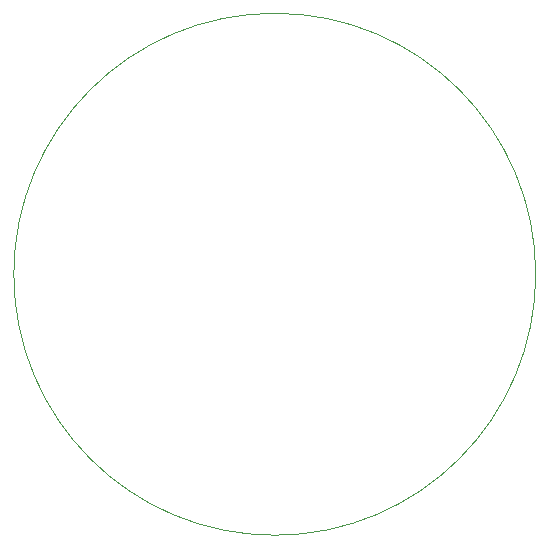
<source format=gbr>
G04 #@! TF.GenerationSoftware,KiCad,Pcbnew,(5.1.2-1)-1*
G04 #@! TF.CreationDate,2022-01-01T19:51:34+01:00*
G04 #@! TF.ProjectId,STM32G0_MPU6050_circle,53544d33-3247-4305-9f4d-505536303530,rev?*
G04 #@! TF.SameCoordinates,Original*
G04 #@! TF.FileFunction,Profile,NP*
%FSLAX46Y46*%
G04 Gerber Fmt 4.6, Leading zero omitted, Abs format (unit mm)*
G04 Created by KiCad (PCBNEW (5.1.2-1)-1) date 2022-01-01 19:51:34*
%MOMM*%
%LPD*%
G04 APERTURE LIST*
%ADD10C,0.120000*%
G04 APERTURE END LIST*
D10*
X201025000Y-95900000D02*
G75*
G03X201025000Y-95900000I-22095163J0D01*
G01*
M02*

</source>
